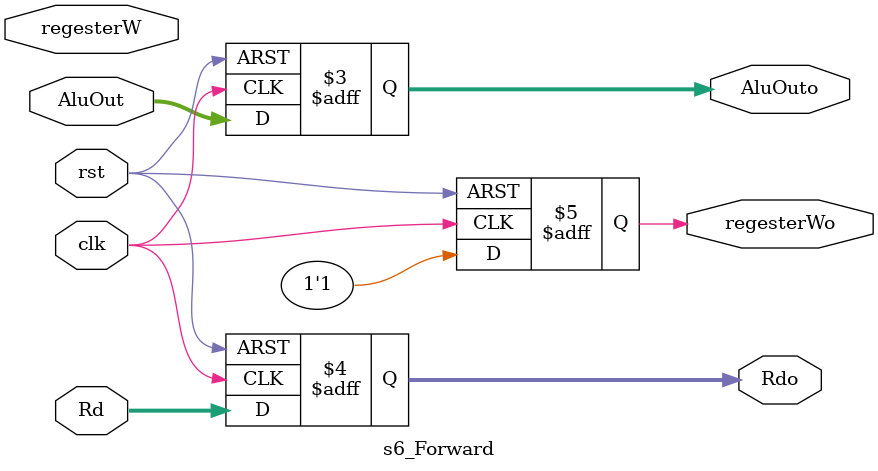
<source format=v>
`timescale 1ns / 1ps
`ifndef FILES_INCLUDED
`define FILES_INCLUDED

`include "memory.v"
`include "instMemory.v"
`include "pc.v"
`include "IFID.v"
`include "controller.v"
`include "decoder.v"
`include "register.v"
`include "IDIE.v"
`include "ALU.v"
`include "IEME.v"
`include "MEWB.v"
`include "coprocessor0.v"
`include "stall.v"

`endif



module processor (
    input clk, rst_n,
    output [11:0] ioout,
    input [15:0] ioin
);
    wire rst;
    assign rst = ~rst_n;
    wire regesterWs2,memReads2,memWrites2,pcImmtoRegs2,extendSigns2;
    wire [1:0] regSrcs2;
    wire jumps4;
    wire regesterWs5;
    wire [1:0] Alu2opns2,jumpSels2,jumpSels4,jumpOpn;
    wire [2:0] InstFormats2;
    wire [3:0] aluSelects2;

    wire [6:0] opcodes2,func7s2;
    wire [2:0] func3s2;

    wire [31:0] insts1,pcs1,pc4s1;
    wire [31:0] Imms2,pcs2,pc4s2,insts2,AluOuts4,PCImms4;


    wire [31:0] pcs3,pc4s3,imms3,Ras3,Rbs3,Ras2,Rbs2;
    wire [2:0] fnc3s3;
    wire regesterWs3,memReads3,memWrites3;
    wire [1:0] Alu2opns3,regSrcs3;
    wire [3:0] aluSelects3;

    

    wire [4:0] Rds5;
    reg [31:0] reg_write_datas5;

    
    // stage 1

    InstructionMem IM1(insts1,pcs1);  // stage 1

    programCounter pc1(pcs1,pc4s1,AluOuts4,PCImms4,jumpSels4,jumps4,{clk&&s_IFID},rst);  // stage 1



    // bubble and stall unit
    wire b_IFID,bubs2,s_IFID;

    IFID ifid1(pcs2,pc4s2,insts2,bubs2,pcs1,pc4s1,insts1,b_IFID,{clk&&s_IFID},rst);  // stage 1 - 2

    // stage 2
    wire [4:0] Rds2;
    assign opcodes2 = insts2[6:0];
    assign func3s2 = insts2[14:12];
    assign func7s2 = insts2[31:25];
    assign Rds2 = insts2[11:7];
    wire [1:0] WLs2;
    wire AluMulSels2;
    controller cont1(regesterWs2,regSrcs2,memReads2,memWrites2,pcImmtoRegs2,extendSigns2,Alu2opns2,
        jumpSels2,AluMulSels2,jumpOpns2,aluSelects2,InstFormats2,WLs2,opcodes2,func3s2,func7s2,bubs2);  // stage 2
 
    decoder dec1(Imms2,InstFormats2,insts2,1'b1); // stage 2
    wire [4:0] CP0rdouts5;
    wire [4:0] Raas2,Rbas2;
    assign Raas2=insts2[19:15];
    assign Rbas2=insts2[24:20];
    Regester rg1(clk,rst,regesterWs5,Rds5,reg_write_datas5,  //(CP0toRegs5?CP0rdouts5:Rds5)
        insts2[19:15],Ras2,insts2[24:20],Rbs2);  // stage 2
    
    wire [1:0] jumpSels3,WLs3;
    reg [31:0] Rs2s3;
    wire [4:0] Rds3,Raas3,Rbas3;
    wire AluMulSels3;

    // bubble and stall
    wire b_IDIE,s_IDIE;

    IDIE idie1(pcs3,pc4s3,imms3,Ras3,Rbs3,fnc3s3,regesterWs3,regSrcs3,memReads3,memWrites3,
        pcImmtoRegs3,extendSigns3,jumpSels3,jumpOpns3,AluMulSels3,Alu2opns3,aluSelects3,Rds3,Raas3,Rbas3,WLs3,
        pcs2,pc4s2,Imms2,Ras2,Rbs2,func3s2,{b_IDIE?1'b0:regesterWs2},regSrcs2,{b_IDIE?1'b0:memReads2},{b_IDIE?1'b0:memWrites2},
        pcImmtoRegs2,extendSigns2,jumpSels2,jumpOpns2,AluMulSels2,Alu2opns2,aluSelects2,Rds2,Raas2,Rbas2,WLs2,{s_IDIE&&clk},rst); // stage 2-3

    // stage 3  

    wire [31:0] AluOuts3,PCImms3,AOuts3;
    reg [31:0] Alubs3,Rafwd;
    // assign AluOuts3=AluMulSels3?CP0outs3:AOuts3;  // this is select for alu and mul
    assign AluOuts3=AOuts3;
    ALU alu1(AOuts3,Rafwd,Alubs3,aluSelects3);  // stage 3
    wire [31:0] CP0outs3;
    wire [4:0] CP0rdouts3;

    // cop0 cp0 (CP0outs3,Ras3,Rbs3,fnc3s3);
    
    assign PCImms3 = pcs3+imms3;


    parameter   PAluRb  = 2'd0,
                PAluImm = 2'd1,
                PAluPC  = 2'd2;


    // forwarding
    
    always @(*) begin // TODO: optimise and test 
        if(Rds4==Raas3&&regesterWs4&&(regSrcs4==0)&&(Rds4!=0))begin
            Rafwd=AluOuts4;
        end
        else if(Rds5==Raas3&&regesterWs5&&(regSrcs5==0)&&(Rds5!=0)) begin
            Rafwd=AluOuts5;
        end
        else if(Rds6==Raas3&&regesterWs6&&(Rds6!=0)) begin
            Rafwd=AluOuts6;
        end
        else begin
            Rafwd=Ras3;
        end
    end

    always @(*) begin  
        if(Rds4==Rbas3&&regesterWs4&&(regSrcs4==0)&&(Rds4!=0))begin
            Rs2s3=AluOuts4;
        end
        else if(Rds5==Rbas3&&regesterWs5&&(regSrcs5==0)&&(Rds5!=0)) begin
            Rs2s3=AluOuts5;
        end
        else if(Rds6==Rbas3&&regesterWs6&&(Rds6!=0)) begin
            Rs2s3=AluOuts6;
        end
        else begin
            Rs2s3=Rbs3;
        end
    end

    always @(*) begin 
        case(Alu2opns3)
            PAluImm: Alubs3=imms3;
            PAluPC: Alubs3=pcs3;
            default: begin
                Alubs3=Rs2s3;
                // if(Rds4==Rbas3&&regesterWs4&&(regSrcs4==0)&&(Rds4!=0))begin
                //     Alubs3=AluOuts4;
                // end
                // else if(Rds5==Rbas3&&regesterWs5&&(regSrcs5==0)&&(Rds5!=0)) begin
                //     Alubs3=AluOuts5;
                // end
                // else begin
                //     Alubs3=Rbs3;
                // end
            end
        endcase
    end

    wire [31:0] pc4s4;
    wire [2:0] fnc3s4;
    wire regesterWs4,memReads4,memWrites4,pcImmtoRegs4,extendSigns4;

    wire [1:0] WLs4,regSrcs4;
    wire [31:0] Rs2s4;
    wire [4:0] Rds4;


    //bubble and stall
    wire b_IEME,s_IEME;

    IEME ieme(pc4s4,AluOuts4,PCImms4,fnc3s4,regesterWs4,regSrcs4,memReads4,memWrites4,
    pcImmtoRegs4,extendSigns4,jumpSels4,jumpOpns4,Rs2s4,Rds4,WLs4,
    pc4s3,AluOuts3,PCImms3,fnc3s3,{b_IEME?1'b0:regesterWs3},regSrcs3,{b_IEME?1'b0:memReads3},{b_IEME?1'b0:memWrites3},pcImmtoRegs3,
    extendSigns3,jumpSels3,jumpOpns3,Rs2s3,Rds3,WLs3,{s_IEME&&clk},rst);

    // stage 4
    wire [31:0] Mouts4;
    Memory mem1(clk,AluOuts4,Rs2s4,memWrites4,memReads4,extendSigns4,
    WLs4,Mouts4,ioout,ioin); 
    
    assign jumps4 = (jumpOpns4)||(AluOuts4[0]^fnc3s4[0]); // TODO: test this modification needed triggers but not problem
    // always @(*) begin 
    //     case (opcodes4)
    //         InstJAL: jumps4<=1;
    //         InstJALR: jumps4<=1;
    //         InstBranch: jumps4<=(AluOuts4[0]^fnc3s4[0]);
    //         default: jumps4<=0;
    //     endcase
    // end

    wire [31:0]pc4s5,AluOuts5,PCImms5,Mouts5,CP0outs5;
    wire [1:0] regSrcs5;
    wire pcImmtoRegs5;

    //bubble and stall
    wire b_MEWB,s_MEWB;

    MEWB mewb1(pc4s5,AluOuts5,PCImms5,Mouts5,regesterWs5,regSrcs5,pcImmtoRegs5,Rds5,CP0rdouts5,
    pc4s4,AluOuts4,PCImms4,Mouts4,{b_MEWB?1'b0:regesterWs4},regSrcs4,pcImmtoRegs4,Rds4,CP0rdouts3,{s_MEWB&&clk},rst);

    // stage 5

    // reg_write_datas5

    always @(*) begin  // TODO: optimise this
        // if(regSrcs5==2) begin
        //     reg_write_datas5=CP0outs5;
        // end
        if(regSrcs5==1) begin
            reg_write_datas5=Mouts5;
        end
        else if (regSrcs5==3) begin
            reg_write_datas5=pc4s5;
        end
        else if (pcImmtoRegs4) begin
            reg_write_datas5=PCImms5;
        end
        else begin
            reg_write_datas5=AluOuts5;
        end
    end

    // stage 6 virtual used only for fully forwarded alu operation

    // stall
    wire s_S6,regesterWs6;
    wire [31:0]AluOuts6;
    wire [4:0]Rds6;
    s6_Forward fwds6( AluOuts6,Rds6,regesterWs6,AluOuts5,Rds5,{(regSrcs5==0)&&regesterWs5},{s_S6&&clk},rst);


    // stall control

    stall_Bpred stl(b_IFID,b_IDIE,b_IEME,b_MEWB,
    s_IFID,s_IDIE,s_IEME,s_MEWB,
    Rds3,Rds4,Rds5,
    Raas2,Rbas2,
    regesterWs3,regesterWs4,regesterWs5,
    regSrcs3,regSrcs4,regSrcs5,
    opcodes2,
    jumps4,
    jumpSels4);

    
    
endmodule



module s6_Forward (
    output reg [31:0] AluOuto,
    output reg [4:0] Rdo,
    output reg regesterWo,
    input [31:0] AluOut,
    input [4:0] Rd,
    input regesterW,
    input clk,rst
);
    always @(posedge clk, negedge rst) begin
        if(!rst)begin
            AluOuto<=0;
            Rdo<=0;
            regesterWo<=0;
        end
        else begin
            AluOuto<=AluOut;
            Rdo<=Rd;
            regesterWo<=1;
        end
    end
endmodule

</source>
